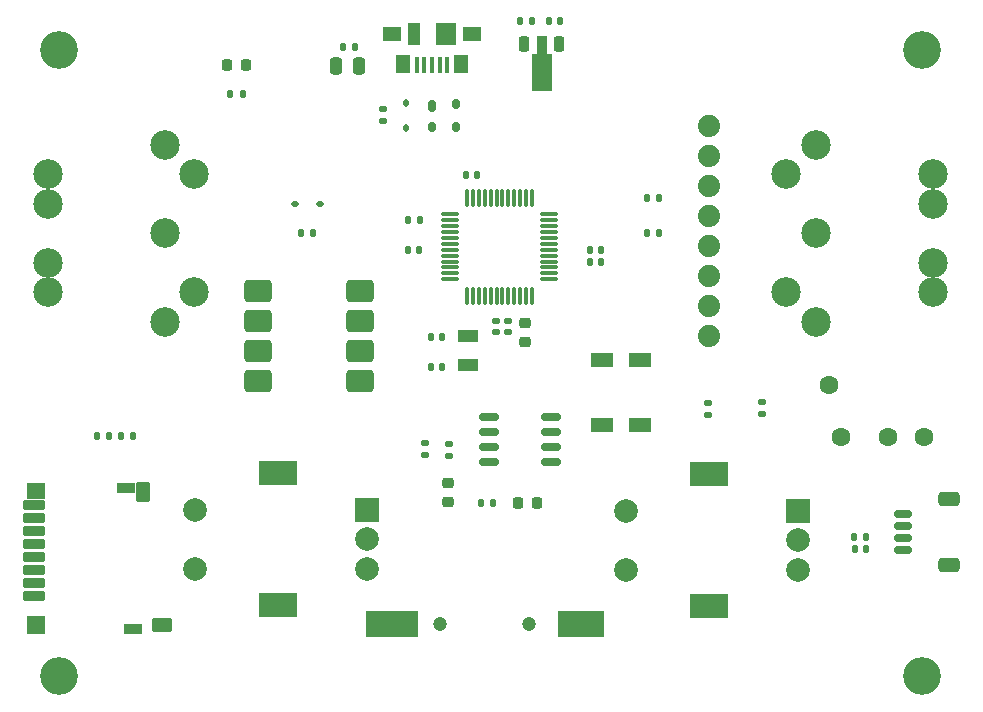
<source format=gbr>
%TF.GenerationSoftware,KiCad,Pcbnew,8.0.4*%
%TF.CreationDate,2024-08-31T09:47:53+01:00*%
%TF.ProjectId,MKRZero_V5.0,4d4b525a-6572-46f5-9f56-352e302e6b69,rev?*%
%TF.SameCoordinates,Original*%
%TF.FileFunction,Soldermask,Top*%
%TF.FilePolarity,Negative*%
%FSLAX46Y46*%
G04 Gerber Fmt 4.6, Leading zero omitted, Abs format (unit mm)*
G04 Created by KiCad (PCBNEW 8.0.4) date 2024-08-31 09:47:53*
%MOMM*%
%LPD*%
G01*
G04 APERTURE LIST*
G04 Aperture macros list*
%AMRoundRect*
0 Rectangle with rounded corners*
0 $1 Rounding radius*
0 $2 $3 $4 $5 $6 $7 $8 $9 X,Y pos of 4 corners*
0 Add a 4 corners polygon primitive as box body*
4,1,4,$2,$3,$4,$5,$6,$7,$8,$9,$2,$3,0*
0 Add four circle primitives for the rounded corners*
1,1,$1+$1,$2,$3*
1,1,$1+$1,$4,$5*
1,1,$1+$1,$6,$7*
1,1,$1+$1,$8,$9*
0 Add four rect primitives between the rounded corners*
20,1,$1+$1,$2,$3,$4,$5,0*
20,1,$1+$1,$4,$5,$6,$7,0*
20,1,$1+$1,$6,$7,$8,$9,0*
20,1,$1+$1,$8,$9,$2,$3,0*%
%AMFreePoly0*
4,1,9,3.862500,-0.866500,0.737500,-0.866500,0.737500,-0.450000,-0.737500,-0.450000,-0.737500,0.450000,0.737500,0.450000,0.737500,0.866500,3.862500,0.866500,3.862500,-0.866500,3.862500,-0.866500,$1*%
G04 Aperture macros list end*
%ADD10R,1.900000X1.300000*%
%ADD11RoundRect,0.140000X0.140000X0.170000X-0.140000X0.170000X-0.140000X-0.170000X0.140000X-0.170000X0*%
%ADD12C,3.200000*%
%ADD13RoundRect,0.135000X-0.135000X-0.185000X0.135000X-0.185000X0.135000X0.185000X-0.135000X0.185000X0*%
%ADD14RoundRect,0.135000X0.185000X-0.135000X0.185000X0.135000X-0.185000X0.135000X-0.185000X-0.135000X0*%
%ADD15R,0.450000X1.380000*%
%ADD16R,1.650000X1.300000*%
%ADD17R,1.200000X1.550000*%
%ADD18R,1.800000X1.900000*%
%ADD19R,1.000000X1.900000*%
%ADD20RoundRect,0.225000X0.250000X-0.225000X0.250000X0.225000X-0.250000X0.225000X-0.250000X-0.225000X0*%
%ADD21RoundRect,0.135000X0.135000X0.185000X-0.135000X0.185000X-0.135000X-0.185000X0.135000X-0.185000X0*%
%ADD22RoundRect,0.075000X0.075000X-0.662500X0.075000X0.662500X-0.075000X0.662500X-0.075000X-0.662500X0*%
%ADD23RoundRect,0.075000X0.662500X-0.075000X0.662500X0.075000X-0.662500X0.075000X-0.662500X-0.075000X0*%
%ADD24RoundRect,0.140000X-0.140000X-0.170000X0.140000X-0.170000X0.140000X0.170000X-0.140000X0.170000X0*%
%ADD25RoundRect,0.135000X-0.185000X0.135000X-0.185000X-0.135000X0.185000X-0.135000X0.185000X0.135000X0*%
%ADD26RoundRect,0.140000X-0.170000X0.140000X-0.170000X-0.140000X0.170000X-0.140000X0.170000X0.140000X0*%
%ADD27C,1.600000*%
%ADD28RoundRect,0.112500X-0.112500X0.187500X-0.112500X-0.187500X0.112500X-0.187500X0.112500X0.187500X0*%
%ADD29RoundRect,0.225000X-0.225000X0.425000X-0.225000X-0.425000X0.225000X-0.425000X0.225000X0.425000X0*%
%ADD30FreePoly0,270.000000*%
%ADD31RoundRect,0.150000X0.625000X-0.150000X0.625000X0.150000X-0.625000X0.150000X-0.625000X-0.150000X0*%
%ADD32RoundRect,0.250000X0.650000X-0.350000X0.650000X0.350000X-0.650000X0.350000X-0.650000X-0.350000X0*%
%ADD33RoundRect,0.150000X0.675000X0.150000X-0.675000X0.150000X-0.675000X-0.150000X0.675000X-0.150000X0*%
%ADD34C,1.200000*%
%ADD35R,4.000000X2.300000*%
%ADD36R,4.400000X2.300000*%
%ADD37RoundRect,0.112500X0.187500X0.112500X-0.187500X0.112500X-0.187500X-0.112500X0.187500X-0.112500X0*%
%ADD38RoundRect,0.050800X0.875000X-0.350000X0.875000X0.350000X-0.875000X0.350000X-0.875000X-0.350000X0*%
%ADD39RoundRect,0.050800X0.775000X-0.500000X0.775000X0.500000X-0.775000X0.500000X-0.775000X-0.500000X0*%
%ADD40RoundRect,0.050800X0.500000X0.775000X-0.500000X0.775000X-0.500000X-0.775000X0.500000X-0.775000X0*%
%ADD41RoundRect,0.050800X0.750000X-0.650000X0.750000X0.650000X-0.750000X0.650000X-0.750000X-0.650000X0*%
%ADD42RoundRect,0.050800X0.750000X-0.750000X0.750000X0.750000X-0.750000X0.750000X-0.750000X-0.750000X0*%
%ADD43RoundRect,0.050800X0.700000X-0.400000X0.700000X0.400000X-0.700000X0.400000X-0.700000X-0.400000X0*%
%ADD44RoundRect,0.050800X0.750000X-0.400000X0.750000X0.400000X-0.750000X0.400000X-0.750000X-0.400000X0*%
%ADD45RoundRect,0.250000X0.250000X0.475000X-0.250000X0.475000X-0.250000X-0.475000X0.250000X-0.475000X0*%
%ADD46C,2.500000*%
%ADD47RoundRect,0.175000X-0.175000X-0.325000X0.175000X-0.325000X0.175000X0.325000X-0.175000X0.325000X0*%
%ADD48RoundRect,0.175000X-0.175000X-0.225000X0.175000X-0.225000X0.175000X0.225000X-0.175000X0.225000X0*%
%ADD49R,1.800000X1.000000*%
%ADD50RoundRect,0.218750X0.256250X-0.218750X0.256250X0.218750X-0.256250X0.218750X-0.256250X-0.218750X0*%
%ADD51RoundRect,0.225000X0.225000X0.250000X-0.225000X0.250000X-0.225000X-0.250000X0.225000X-0.250000X0*%
%ADD52RoundRect,0.218750X-0.218750X-0.256250X0.218750X-0.256250X0.218750X0.256250X-0.218750X0.256250X0*%
%ADD53RoundRect,0.250000X-0.900000X-0.675000X0.900000X-0.675000X0.900000X0.675000X-0.900000X0.675000X0*%
%ADD54C,1.879600*%
%ADD55R,2.000000X2.000000*%
%ADD56C,2.000000*%
%ADD57R,3.200000X2.000000*%
G04 APERTURE END LIST*
D10*
%TO.C,Q1*%
X49454000Y-29762000D03*
X49454000Y-35262000D03*
X52654000Y-35262000D03*
X52654000Y-29762000D03*
%TD*%
D11*
%TO.C,C13*%
X45900000Y-1000000D03*
X44940000Y-1000000D03*
%TD*%
D12*
%TO.C,H2*%
X76500000Y-3500000D03*
%TD*%
D13*
%TO.C,R10*%
X23980000Y-19000000D03*
X25000000Y-19000000D03*
%TD*%
%TO.C,R11*%
X53250000Y-19000000D03*
X54270000Y-19000000D03*
%TD*%
D12*
%TO.C,H3*%
X76500000Y-56500000D03*
%TD*%
D14*
%TO.C,R2*%
X30860100Y-9530000D03*
X30860100Y-8510000D03*
%TD*%
D15*
%TO.C,J1*%
X36351100Y-4765000D03*
X35701100Y-4765000D03*
X35051100Y-4765000D03*
X34401100Y-4765000D03*
X33751100Y-4765000D03*
D16*
X38426100Y-2105000D03*
D17*
X37538600Y-4680000D03*
D18*
X36201100Y-2105000D03*
D19*
X33501100Y-2105000D03*
D17*
X32563600Y-4680000D03*
D16*
X31676100Y-2105000D03*
%TD*%
D20*
%TO.C,C4*%
X36375000Y-41724000D03*
X36375000Y-40174000D03*
%TD*%
D21*
%TO.C,R6*%
X71810000Y-44700000D03*
X70790000Y-44700000D03*
%TD*%
D22*
%TO.C,U1*%
X38005000Y-24312500D03*
X38505000Y-24312500D03*
X39005000Y-24312500D03*
X39505000Y-24312500D03*
X40005000Y-24312500D03*
X40505000Y-24312500D03*
X41005000Y-24312500D03*
X41505000Y-24312500D03*
X42005000Y-24312500D03*
X42505000Y-24312500D03*
X43005000Y-24312500D03*
X43505000Y-24312500D03*
D23*
X44917500Y-22900000D03*
X44917500Y-22400000D03*
X44917500Y-21900000D03*
X44917500Y-21400000D03*
X44917500Y-20900000D03*
X44917500Y-20400000D03*
X44917500Y-19900000D03*
X44917500Y-19400000D03*
X44917500Y-18900000D03*
X44917500Y-18400000D03*
X44917500Y-17900000D03*
X44917500Y-17400000D03*
D22*
X43505000Y-15987500D03*
X43005000Y-15987500D03*
X42505000Y-15987500D03*
X42005000Y-15987500D03*
X41505000Y-15987500D03*
X41005000Y-15987500D03*
X40505000Y-15987500D03*
X40005000Y-15987500D03*
X39505000Y-15987500D03*
X39005000Y-15987500D03*
X38505000Y-15987500D03*
X38005000Y-15987500D03*
D23*
X36592500Y-17400000D03*
X36592500Y-17900000D03*
X36592500Y-18400000D03*
X36592500Y-18900000D03*
X36592500Y-19400000D03*
X36592500Y-19900000D03*
X36592500Y-20400000D03*
X36592500Y-20900000D03*
X36592500Y-21400000D03*
X36592500Y-21900000D03*
X36592500Y-22400000D03*
X36592500Y-22900000D03*
%TD*%
D24*
%TO.C,C7*%
X48420000Y-20400000D03*
X49380000Y-20400000D03*
%TD*%
D25*
%TO.C,R15*%
X62992000Y-33272000D03*
X62992000Y-34292000D03*
%TD*%
D24*
%TO.C,C9*%
X37920000Y-14100000D03*
X38880000Y-14100000D03*
%TD*%
D21*
%TO.C,R13*%
X40185000Y-41849000D03*
X39165000Y-41849000D03*
%TD*%
D26*
%TO.C,C11*%
X40500000Y-26429900D03*
X40500000Y-27389900D03*
%TD*%
D11*
%TO.C,C10*%
X49380000Y-21400000D03*
X48420000Y-21400000D03*
%TD*%
D27*
%TO.C,J8*%
X68677000Y-31836000D03*
X69677000Y-36236000D03*
X73677000Y-36236000D03*
X76677000Y-36236000D03*
%TD*%
D28*
%TO.C,D2*%
X32800000Y-7950000D03*
X32800000Y-10050000D03*
%TD*%
D29*
%TO.C,U2*%
X45822100Y-2955200D03*
D30*
X44322100Y-3042700D03*
D29*
X42822100Y-2955200D03*
%TD*%
D31*
%TO.C,J7*%
X74962000Y-45800000D03*
X74962000Y-44800000D03*
X74962000Y-43800000D03*
X74962000Y-42800000D03*
D32*
X78837000Y-47100000D03*
X78837000Y-41500000D03*
%TD*%
D33*
%TO.C,IC1*%
X45125000Y-38354000D03*
X45125000Y-37084000D03*
X45125000Y-35814000D03*
X45125000Y-34544000D03*
X39875000Y-34544000D03*
X39875000Y-35814000D03*
X39875000Y-37084000D03*
X39875000Y-38354000D03*
%TD*%
D24*
%TO.C,C3*%
X34966000Y-30308500D03*
X35926000Y-30308500D03*
%TD*%
D21*
%TO.C,R9*%
X34000000Y-17900000D03*
X32980000Y-17900000D03*
%TD*%
%TO.C,R3*%
X7720000Y-36200000D03*
X6700000Y-36200000D03*
%TD*%
D24*
%TO.C,C2*%
X34966000Y-27808500D03*
X35926000Y-27808500D03*
%TD*%
D25*
%TO.C,R7*%
X36475000Y-36839000D03*
X36475000Y-37859000D03*
%TD*%
D11*
%TO.C,C8*%
X33970000Y-20400000D03*
X33010000Y-20400000D03*
%TD*%
D21*
%TO.C,R5*%
X19000000Y-7250000D03*
X17980000Y-7250000D03*
%TD*%
D12*
%TO.C,H1*%
X3500000Y-3500000D03*
%TD*%
D34*
%TO.C,IC2*%
X43224000Y-52070000D03*
X35724000Y-52070000D03*
D35*
X47624000Y-52070000D03*
D36*
X31624000Y-52070000D03*
%TD*%
D37*
%TO.C,D4*%
X25540000Y-16500000D03*
X23440000Y-16500000D03*
%TD*%
D13*
%TO.C,R12*%
X53240000Y-16000000D03*
X54260000Y-16000000D03*
%TD*%
D38*
%TO.C,J3*%
X1375000Y-49750000D03*
X1375000Y-48650000D03*
X1375000Y-47550000D03*
X1375000Y-46450000D03*
X1375000Y-45350000D03*
X1375000Y-44250000D03*
X1375000Y-43150000D03*
X1375000Y-42050000D03*
D39*
X12175000Y-52200000D03*
D40*
X10600000Y-40948000D03*
D41*
X1503000Y-40850000D03*
D42*
X1503000Y-52200000D03*
D43*
X9750000Y-52525000D03*
D44*
X9100000Y-40575000D03*
%TD*%
D25*
%TO.C,R14*%
X58392000Y-33382000D03*
X58392000Y-34402000D03*
%TD*%
D11*
%TO.C,C14*%
X43480000Y-1000000D03*
X42520000Y-1000000D03*
%TD*%
D24*
%TO.C,C6*%
X70820000Y-45700000D03*
X71780000Y-45700000D03*
%TD*%
D45*
%TO.C,C1*%
X28850000Y-4800000D03*
X26950000Y-4800000D03*
%TD*%
D46*
%TO.C,JMIDIOUT1*%
X67520000Y-26500000D03*
X67520000Y-19000000D03*
X67520000Y-11500000D03*
X65020000Y-24000000D03*
X65020000Y-14000000D03*
X77420000Y-14000000D03*
X77420000Y-16500000D03*
X77420000Y-21500000D03*
X77420000Y-24000000D03*
%TD*%
D47*
%TO.C,D1*%
X35067100Y-8270000D03*
D48*
X35067100Y-9970000D03*
X37067100Y-9970000D03*
X37067100Y-8070000D03*
%TD*%
D46*
%TO.C,JMIDIIN1*%
X12400000Y-11500000D03*
X12400000Y-19000000D03*
X12400000Y-26500000D03*
X14900000Y-14000000D03*
X14900000Y-24000000D03*
X2500000Y-24000000D03*
X2500000Y-21500000D03*
X2500000Y-16500000D03*
X2500000Y-14000000D03*
%TD*%
D25*
%TO.C,R8*%
X34475000Y-36789000D03*
X34475000Y-37809000D03*
%TD*%
D26*
%TO.C,C12*%
X41500000Y-26429900D03*
X41500000Y-27389900D03*
%TD*%
D49*
%TO.C,Y1*%
X38100000Y-30159900D03*
X38100000Y-27659900D03*
%TD*%
D13*
%TO.C,R4*%
X8700000Y-36200000D03*
X9720000Y-36200000D03*
%TD*%
D12*
%TO.C,H4*%
X3500000Y-56500000D03*
%TD*%
D50*
%TO.C,L1*%
X42900000Y-28197400D03*
X42900000Y-26622400D03*
%TD*%
D51*
%TO.C,C5*%
X43900000Y-41849000D03*
X42350000Y-41849000D03*
%TD*%
D21*
%TO.C,R1*%
X28510000Y-3200000D03*
X27490000Y-3200000D03*
%TD*%
D52*
%TO.C,D3*%
X17715000Y-4750000D03*
X19290000Y-4750000D03*
%TD*%
D53*
%TO.C,U3*%
X20288000Y-23876000D03*
X20288000Y-26416000D03*
X20288000Y-28956000D03*
X20288000Y-31496000D03*
X28988000Y-31496000D03*
X28988000Y-28956000D03*
X28988000Y-26416000D03*
X28988000Y-23876000D03*
%TD*%
D54*
%TO.C,J6*%
X58460000Y-27740000D03*
X58460000Y-25200000D03*
X58460000Y-22660000D03*
X58460000Y-20120000D03*
X58460000Y-17580000D03*
X58460000Y-15040000D03*
X58460000Y-12500000D03*
X58460000Y-9960000D03*
%TD*%
D55*
%TO.C,SW1*%
X29500000Y-42400000D03*
D56*
X29500000Y-47400000D03*
X29500000Y-44900000D03*
D57*
X22000000Y-50500000D03*
X22000000Y-39300000D03*
D56*
X15000000Y-47400000D03*
X15000000Y-42400000D03*
%TD*%
D55*
%TO.C,SW2*%
X66000000Y-42500000D03*
D56*
X66000000Y-47500000D03*
X66000000Y-45000000D03*
D57*
X58500000Y-50600000D03*
X58500000Y-39400000D03*
D56*
X51500000Y-47500000D03*
X51500000Y-42500000D03*
%TD*%
M02*

</source>
